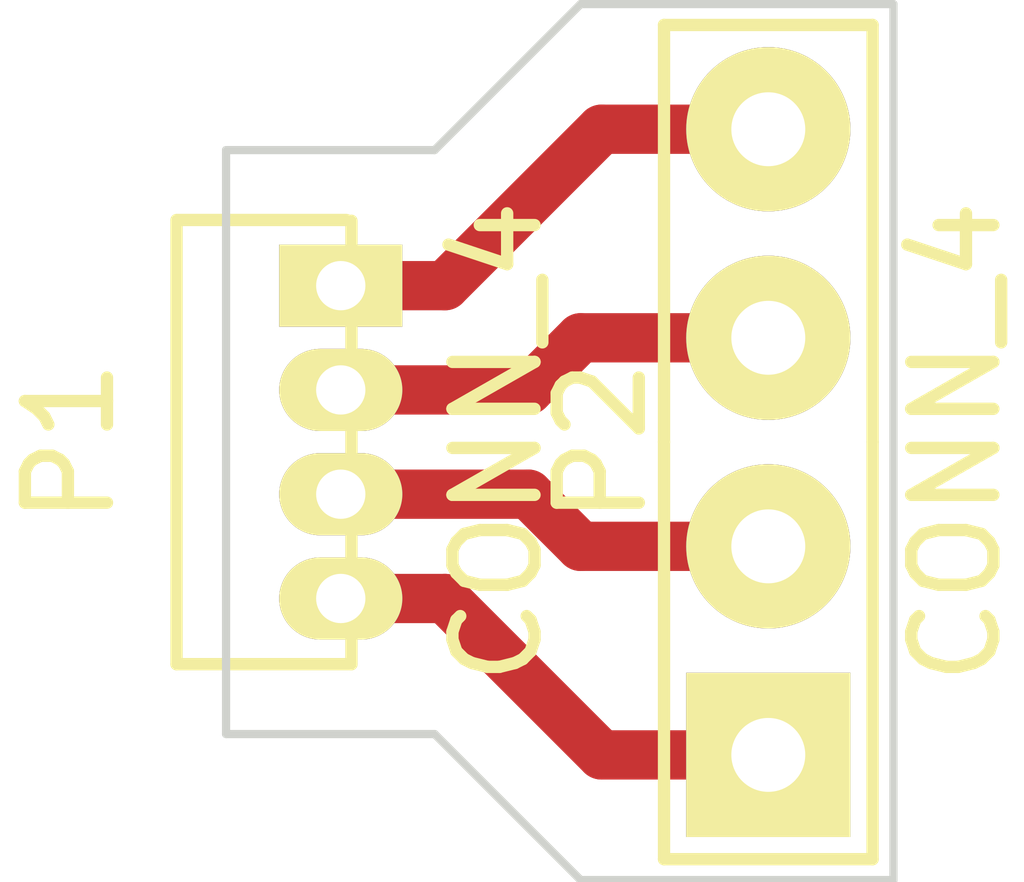
<source format=kicad_pcb>
(kicad_pcb (version 3) (host pcbnew "(2013-may-18)-stable")

  (general
    (links 4)
    (no_connects 0)
    (area 0 0 0 0)
    (thickness 1.6)
    (drawings 8)
    (tracks 12)
    (zones 0)
    (modules 2)
    (nets 5)
  )

  (page A3)
  (layers
    (15 F.Cu signal)
    (0 B.Cu signal)
    (16 B.Adhes user)
    (17 F.Adhes user)
    (18 B.Paste user)
    (19 F.Paste user)
    (20 B.SilkS user)
    (21 F.SilkS user)
    (22 B.Mask user)
    (23 F.Mask user)
    (24 Dwgs.User user)
    (25 Cmts.User user)
    (26 Eco1.User user)
    (27 Eco2.User user)
    (28 Edge.Cuts user)
  )

  (setup
    (last_trace_width 0.6)
    (trace_clearance 0.254)
    (zone_clearance 0.508)
    (zone_45_only no)
    (trace_min 0.254)
    (segment_width 0.2)
    (edge_width 0.1)
    (via_size 0.889)
    (via_drill 0.635)
    (via_min_size 0.889)
    (via_min_drill 0.508)
    (uvia_size 0.508)
    (uvia_drill 0.127)
    (uvias_allowed no)
    (uvia_min_size 0.508)
    (uvia_min_drill 0.127)
    (pcb_text_width 0.3)
    (pcb_text_size 1.5 1.5)
    (mod_edge_width 0.15)
    (mod_text_size 1 1)
    (mod_text_width 0.15)
    (pad_size 1.5 1.5)
    (pad_drill 0.6)
    (pad_to_mask_clearance 0)
    (aux_axis_origin 0 0)
    (visible_elements FFFFFFBF)
    (pcbplotparams
      (layerselection 3178497)
      (usegerberextensions true)
      (excludeedgelayer true)
      (linewidth 0.150000)
      (plotframeref false)
      (viasonmask false)
      (mode 1)
      (useauxorigin false)
      (hpglpennumber 1)
      (hpglpenspeed 20)
      (hpglpendiameter 15)
      (hpglpenoverlay 2)
      (psnegative false)
      (psa4output false)
      (plotreference true)
      (plotvalue true)
      (plotothertext true)
      (plotinvisibletext false)
      (padsonsilk false)
      (subtractmaskfromsilk false)
      (outputformat 1)
      (mirror false)
      (drillshape 1)
      (scaleselection 1)
      (outputdirectory ""))
  )

  (net 0 "")
  (net 1 N-000001)
  (net 2 N-000002)
  (net 3 N-000003)
  (net 4 N-000004)

  (net_class Default "This is the default net class."
    (clearance 0.254)
    (trace_width 0.6)
    (via_dia 0.889)
    (via_drill 0.635)
    (uvia_dia 0.508)
    (uvia_drill 0.127)
    (add_net "")
    (add_net N-000001)
    (add_net N-000002)
    (add_net N-000003)
    (add_net N-000004)
  )

  (module Stiftleiste_4x1 (layer F.Cu) (tedit 535A5C67) (tstamp 536A81B5)
    (at 38.1 25.4 90)
    (path /536A8148)
    (fp_text reference P2 (at 0 -2.032 90) (layer F.SilkS)
      (effects (font (size 1 1) (thickness 0.15)))
    )
    (fp_text value CONN_4 (at 0 2.286 90) (layer F.SilkS)
      (effects (font (size 1 1) (thickness 0.15)))
    )
    (fp_line (start 0 -1.27) (end 5.08 -1.27) (layer F.SilkS) (width 0.15))
    (fp_line (start 5.08 -1.27) (end 5.08 1.27) (layer F.SilkS) (width 0.15))
    (fp_line (start 5.08 1.27) (end 0 1.27) (layer F.SilkS) (width 0.15))
    (fp_line (start -5.08 -1.27) (end 0 -1.27) (layer F.SilkS) (width 0.15))
    (fp_line (start 0 1.27) (end -5.08 1.27) (layer F.SilkS) (width 0.15))
    (fp_line (start -5.08 1.27) (end -5.08 -1.27) (layer F.SilkS) (width 0.15))
    (pad 1 thru_hole rect (at -3.81 0 90) (size 2 2) (drill 0.9)
      (layers *.Cu *.Mask F.SilkS)
      (net 1 N-000001)
    )
    (pad 2 thru_hole circle (at -1.27 0 90) (size 2 2) (drill 0.9)
      (layers *.Cu *.Mask F.SilkS)
      (net 2 N-000002)
    )
    (pad 3 thru_hole circle (at 1.27 0 90) (size 2 2) (drill 0.9)
      (layers *.Cu *.Mask F.SilkS)
      (net 3 N-000003)
    )
    (pad 4 thru_hole circle (at 3.81 0 90) (size 2 2) (drill 0.9)
      (layers *.Cu *.Mask F.SilkS)
      (net 4 N-000004)
    )
  )

  (module HYT271 (layer F.Cu) (tedit 5362AF53) (tstamp 536A81C1)
    (at 33.02 25.4 270)
    (path /536A813B)
    (fp_text reference P1 (at 0 3.429 270) (layer F.SilkS)
      (effects (font (size 1 1) (thickness 0.15)))
    )
    (fp_text value CONN_4 (at 0 -1.778 270) (layer F.SilkS)
      (effects (font (size 1 1) (thickness 0.15)))
    )
    (fp_line (start -2.695 -0.003) (end 2.705 -0.003) (layer F.SilkS) (width 0.15))
    (fp_line (start 2.705 -0.003) (end 2.705 2.127) (layer F.SilkS) (width 0.15))
    (fp_line (start 2.705 2.127) (end -2.695 2.127) (layer F.SilkS) (width 0.15))
    (fp_line (start -2.705 2.127) (end -2.705 0.057) (layer F.SilkS) (width 0.15))
    (pad 2 thru_hole oval (at -0.635 0.127 270) (size 1 1.5) (drill 0.6)
      (layers *.Cu *.Mask F.SilkS)
      (net 3 N-000003)
    )
    (pad 3 thru_hole oval (at 0.635 0.127 270) (size 1 1.5) (drill 0.6)
      (layers *.Cu *.Mask F.SilkS)
      (net 2 N-000002)
    )
    (pad 4 thru_hole oval (at 1.905 0.127 270) (size 1 1.5) (drill 0.6)
      (layers *.Cu *.Mask F.SilkS)
      (net 1 N-000001)
    )
    (pad 1 thru_hole trapezoid (at -1.905 0.127 270) (size 1 1.5) (drill 0.6)
      (layers *.Cu *.Mask F.SilkS)
      (net 4 N-000004)
    )
  )

  (gr_line (start 39.624 30.734) (end 39.624 20.066) (angle 90) (layer Edge.Cuts) (width 0.1))
  (gr_line (start 35.814 30.734) (end 39.624 30.734) (angle 90) (layer Edge.Cuts) (width 0.1))
  (gr_line (start 34.036 28.956) (end 35.814 30.734) (angle 90) (layer Edge.Cuts) (width 0.1))
  (gr_line (start 31.496 28.956) (end 34.036 28.956) (angle 90) (layer Edge.Cuts) (width 0.1))
  (gr_line (start 31.496 21.844) (end 31.496 28.956) (angle 90) (layer Edge.Cuts) (width 0.1))
  (gr_line (start 34.036 21.844) (end 31.496 21.844) (angle 90) (layer Edge.Cuts) (width 0.1))
  (gr_line (start 35.814 20.066) (end 34.036 21.844) (angle 90) (layer Edge.Cuts) (width 0.1))
  (gr_line (start 39.624 20.066) (end 35.814 20.066) (angle 90) (layer Edge.Cuts) (width 0.1))

  (segment (start 32.893 27.305) (end 34.163 27.305) (width 0.6) (layer F.Cu) (net 1))
  (segment (start 36.068 29.21) (end 38.1 29.21) (width 0.6) (layer F.Cu) (net 1) (tstamp 536A8202))
  (segment (start 34.163 27.305) (end 36.068 29.21) (width 0.6) (layer F.Cu) (net 1) (tstamp 536A8201))
  (segment (start 32.893 26.035) (end 35.179 26.035) (width 0.6) (layer F.Cu) (net 2) (status 400000))
  (segment (start 35.814 26.67) (end 38.1 26.67) (width 0.6) (layer F.Cu) (net 2) (tstamp 536A820E) (status 800000))
  (segment (start 35.179 26.035) (end 35.814 26.67) (width 0.6) (layer F.Cu) (net 2) (tstamp 536A820D))
  (segment (start 32.893 24.765) (end 35.179 24.765) (width 0.6) (layer F.Cu) (net 3))
  (segment (start 35.814 24.13) (end 38.1 24.13) (width 0.6) (layer F.Cu) (net 3) (tstamp 536A8206))
  (segment (start 35.179 24.765) (end 35.814 24.13) (width 0.6) (layer F.Cu) (net 3) (tstamp 536A8205))
  (segment (start 32.893 23.495) (end 34.163 23.495) (width 0.6) (layer F.Cu) (net 4))
  (segment (start 36.068 21.59) (end 38.1 21.59) (width 0.6) (layer F.Cu) (net 4) (tstamp 536A81FE))
  (segment (start 34.163 23.495) (end 36.068 21.59) (width 0.6) (layer F.Cu) (net 4) (tstamp 536A81FD))

)

</source>
